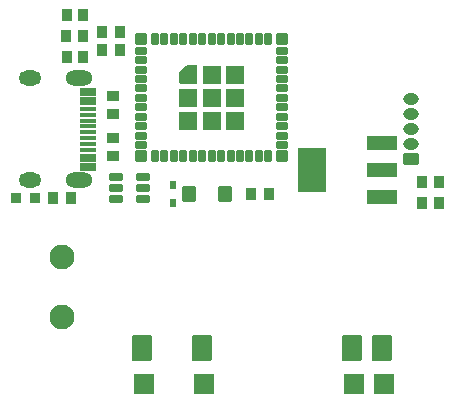
<source format=gts>
G04 Layer: TopSolderMaskLayer*
G04 EasyEDA Pro v2.2.32.3, 2024-10-30 17:40:40*
G04 Gerber Generator version 0.3*
G04 Scale: 100 percent, Rotated: No, Reflected: No*
G04 Dimensions in millimeters*
G04 Leading zeros omitted, absolute positions, 3 integers and 5 decimals*
%FSLAX35Y35*%
%MOMM*%
%AMRoundRect*1,1,$1,$2,$3*1,1,$1,$4,$5*1,1,$1,0-$2,0-$3*1,1,$1,0-$4,0-$5*20,1,$1,$2,$3,$4,$5,0*20,1,$1,$4,$5,0-$2,0-$3,0*20,1,$1,0-$2,0-$3,0-$4,0-$5,0*20,1,$1,0-$4,0-$5,$2,$3,0*4,1,4,$2,$3,$4,$5,0-$2,0-$3,0-$4,0-$5,$2,$3,0*%
%ADD10RoundRect,0.18154X0.76083X-1.01083X-0.76083X-1.01083*%
%ADD11RoundRect,0.09131X-0.40514X0.45514X0.40514X0.45514*%
%ADD12RoundRect,0.08756X-0.54302X-0.27302X-0.54302X0.27302*%
%ADD13RoundRect,0.09302X0.50429X-0.60429X-0.50429X-0.60429*%
%ADD14RoundRect,0.08449X-0.20856X-0.30856X-0.20856X0.30856*%
%ADD15RoundRect,0.08449X0.20856X0.30856X0.20856X-0.30856*%
%ADD16RoundRect,0.09131X-0.40514X-0.40514X-0.40514X0.40514*%
%ADD17C,2.1016*%
%ADD18RoundRect,0.09138X0.43712X0.40835X0.43712X-0.40835*%
%ADD19RoundRect,0.09138X-0.43712X-0.40835X-0.43712X0.40835*%
%ADD20RoundRect,0.09138X-0.40835X0.43712X0.40835X0.43712*%
%ADD21RoundRect,0.09138X0.40835X-0.43712X-0.40835X-0.43712*%
%ADD22RoundRect,0.08669X-0.28168X-0.43167X-0.28168X0.43167*%
%ADD23RoundRect,0.08669X0.43167X-0.28168X-0.43167X-0.28168*%
%ADD24RoundRect,0.09396X-0.72804X0.72804X0.72804X0.72804*%
%ADD25RoundRect,0.09093X-0.45455X0.45455X0.45455X0.45455*%
%ADD26RoundRect,0.08669X-0.43167X0.28168X0.43167X0.28168*%
%ADD27RoundRect,0.09368X-1.25396X0.55396X1.25396X0.55396*%
%ADD28RoundRect,0.09754X-1.17203X1.80203X1.17203X1.80203*%
%ADD29RoundRect,0.09258X-0.60471X-0.45471X-0.60471X0.45471*%
%ADD30O,1.302X1.002*%
%ADD31RoundRect,0.08109X0.66026X0.16026X0.66026X-0.16026*%
%ADD32RoundRect,0.08875X0.65642X0.30643X0.65642X-0.30643*%
%ADD33O,1.9016X1.3016*%
%ADD34O,2.3016X1.3016*%
%ADD35RoundRect,0.18181X0.77269X-0.77269X-0.77269X-0.77269*%
G75*


G04 Pad Start*
G54D10*
G01X1446708Y-1141247D03*
G01X1192708Y-1141247D03*
G01X-77292Y-1141247D03*
G01X-585292Y-1141247D03*
G54D11*
G01X-1089182Y1501959D03*
G01X-1229187Y1501959D03*
G01X-1085698Y1676400D03*
G01X-1225702Y1676400D03*
G01X-1085698Y1320800D03*
G01X-1225702Y1320800D03*
G01X1924202Y88900D03*
G01X1784198Y88900D03*
G01X1924202Y266700D03*
G01X1784198Y266700D03*
G54D12*
G01X-583590Y120904D03*
G01X-583590Y215900D03*
G01X-583590Y310896D03*
G01X-813410Y310896D03*
G01X-813410Y215900D03*
G01X-813410Y120904D03*
G54D13*
G01X-193091Y165100D03*
G01X116891Y165100D03*
G54D14*
G01X-330200Y90107D03*
G54D15*
G01X-330200Y240094D03*
G54D16*
G01X-1654746Y126662D03*
G01X-1494853Y127348D03*
G54D17*
G01X-1270000Y-368300D03*
G01X-1270000Y-876300D03*
G54D18*
G01X-838200Y483464D03*
G01X-838200Y634136D03*
G54D19*
G01X-838200Y989736D03*
G01X-838200Y839064D03*
G54D20*
G01X481736Y165100D03*
G01X331064Y165100D03*
G01X-1194664Y127000D03*
G01X-1345336Y127000D03*
G01X-775564Y1536700D03*
G01X-926236Y1536700D03*
G54D21*
G01X-926236Y1384300D03*
G01X-775564Y1384300D03*
G54D22*
G01X-319976Y1472900D03*
G01X-239966Y1472900D03*
G01X-159982Y1472900D03*
G01X-79972Y1472900D03*
G01X38Y1472900D03*
G01X80023Y1472900D03*
G01X160033Y1472900D03*
G01X240017Y1472900D03*
G01X320027Y1472900D03*
G01X400012Y1472900D03*
G01X480022Y1472900D03*
G54D23*
G01X595008Y977905D03*
G01X595008Y897895D03*
G01X595008Y817910D03*
G01X595008Y737900D03*
G01X595008Y657890D03*
G01X595008Y577906D03*
G54D22*
G01X-479996Y482910D03*
G01X-399986Y482910D03*
G01X-320002Y482910D03*
G01X-239992Y482910D03*
G54D24*
G01X13Y977905D03*
G54D25*
G01X-594982Y1472900D03*
G01X-594982Y482910D03*
G01X595008Y482910D03*
G01X595008Y1472900D03*
G54D26*
G01X-594982Y1377904D03*
G01X-594982Y1297894D03*
G01X-594982Y1217910D03*
G01X-594982Y1137900D03*
G01X-594982Y1057915D03*
G01X-594982Y977905D03*
G01X-594982Y897920D03*
G01X-594982Y817910D03*
G01X-594982Y737900D03*
G01X-594982Y657916D03*
G01X-594982Y577906D03*
G54D22*
G01X-159982Y482910D03*
G01X-79972Y482910D03*
G01X13Y482910D03*
G01X80023Y482910D03*
G01X160007Y482910D03*
G01X240017Y482910D03*
G01X320002Y482910D03*
G01X400012Y482910D03*
G01X480022Y482910D03*
G54D26*
G01X595008Y1057890D03*
G01X595008Y1137900D03*
G01X595008Y1217884D03*
G01X595008Y1297920D03*
G01X595008Y1377904D03*
G54D22*
G01X-399986Y1472900D03*
G01X-479996Y1472900D03*
G54D24*
G01X197498Y977905D03*
G01X197498Y1175390D03*
G01X13Y1175390D03*
G01X-197498Y977905D03*
G01X-197498Y780395D03*
G01X13Y780395D03*
G01X197498Y780395D03*
G36*
G01X-269999Y1097900D02*
G02X-275001Y1102901I0J5001D01*
G01X-275001Y1187900D01*
G02X-273536Y1191436I5001J0D01*
G01X-213536Y1251436D01*
G02X-210000Y1252901I3536J-3536D01*
G01X-125001Y1252901D01*
G02X-120000Y1247899I0J-5001D01*
G01X-120000Y1102901D01*
G02X-125001Y1097900I-5001J0D01*
G01X-269999Y1097900D01*
G37*
G54D27*
G01X1439995Y138303D03*
G01X1439995Y368300D03*
G01X1439995Y598297D03*
G54D28*
G01X846003Y368300D03*
G54D29*
G01X1689092Y457192D03*
G54D30*
G01X1689092Y584192D03*
G01X1689092Y711192D03*
G01X1689092Y838192D03*
G01X1689092Y965192D03*
G54D31*
G01X-1049274Y536194D03*
G01X-1049274Y586207D03*
G01X-1049274Y636194D03*
G01X-1049274Y686206D03*
G01X-1049274Y736194D03*
G01X-1049274Y786206D03*
G01X-1049274Y836193D03*
G01X-1049274Y886206D03*
G54D32*
G01X-1049274Y471195D03*
G01X-1049274Y391211D03*
G01X-1049274Y951205D03*
G01X-1049274Y1031189D03*
G54D33*
G01X-1541526Y279197D03*
G01X-1541526Y1143203D03*
G54D34*
G01X-1123518Y279197D03*
G01X-1123518Y1143203D03*
G54D35*
G01X-569392Y-1446047D03*
G01X-61392Y-1446047D03*
G01X1208608Y-1446047D03*
G01X1462608Y-1446047D03*
G04 Pad End*

M02*


</source>
